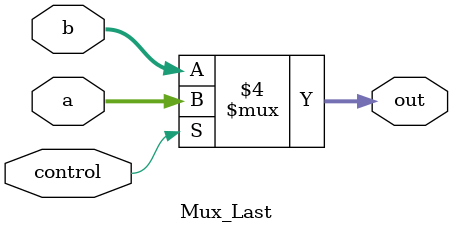
<source format=v>
module Mux_Last(out , a , b, control);
//
output reg [31:0] out;

input [31:0] a , b;

input control;


always@(*)

begin
	
	if(control == 1)
	
	begin
	
		out = a;
	end
	
	else 
		begin
			out = b;
		end


end

endmodule

</source>
